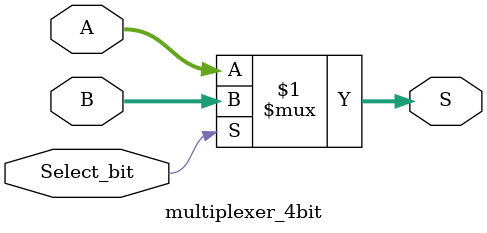
<source format=v>

`timescale 1ns/1ns

module multiplexer_4bit (
    input wire [3:0] A,           // 2-bit Input A
    input wire [3:0] B,           // 2-bit Input B
    input wire Select_bit,        // Select signal
    output wire [3:0] S           // 2-bit Output
);

    // Multiplexer logic: If Select_bit is 1, S = B; If Select_bit is 0, S = A
    assign S = (Select_bit) ? B : A;

endmodule





</source>
